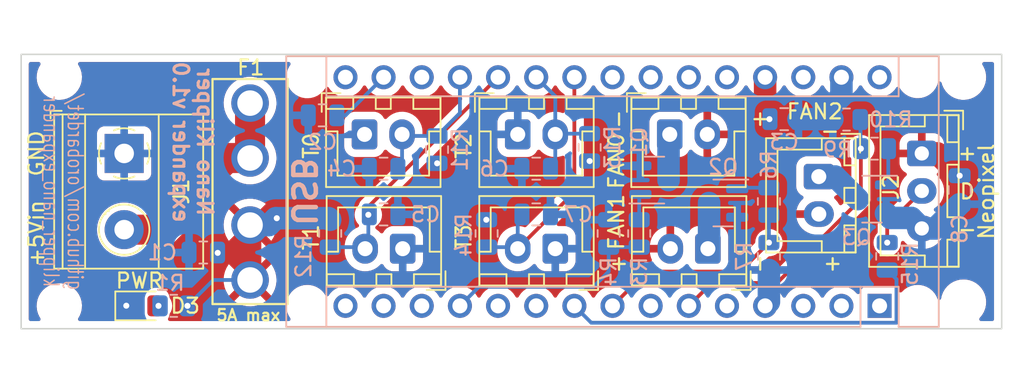
<source format=kicad_pcb>
(kicad_pcb (version 20211014) (generator pcbnew)
  (title_block (title "Klipper Nano Expander") (date "2022-06-19") (rev "1.0") (company "Olivier Robardet") (comment 1 "\"Shield\" for Arduino Nano boards, designed to be used as a Klipper MCU board"))
  (layers (0 "F.Cu" signal) (31 "B.Cu" signal) (34 "B.Paste" user) (35 "F.Paste" user) (36 "B.SilkS" user "B.Silkscreen") (37 "F.SilkS" user "F.Silkscreen") (38 "B.Mask" user) (39 "F.Mask" user) (44 "Edge.Cuts" user))
  (net 0 "")
  (net 4 "GND")
  (net 6 "PWM0")
  (net 8 "PWM1")
  (net 9 "NEOPIXEL")
  (net 12 "PWM2")
  (net 13 "CS")
  (net 14 "MOSI")
  (net 15 "MISO")
  (net 16 "SCK")
  (net 17 "+3V3")
  (net 19 "TH0")
  (net 20 "TH1")
  (net 21 "TH2")
  (net 22 "TH3")
  (net 23 "SDA")
  (net 24 "SCL")
  (net 27 "+5V")
  (net 30 "Net-(D3-Pad2)")
  (net 31 "Net-(F1-Pad2)")
  (net 32 "Net-(J2-Pad2)")
  (net 33 "Net-(Q1-Pad1)")
  (net 34 "Net-(Q2-Pad1)")
  (net 35 "Net-(Q3-Pad1)")
  (net 36 "Net-(FAN0-Pad1)")
  (net 37 "Net-(FAN1-Pad1)")
  (net 38 "Net-(FAN2-Pad1)")
  (footprint "Connector_JST:JST_XH_B2B-XH-A_1x02_P2.50mm_Vertical" (layer "F.Cu") (at 140.716 88.646)
    (fp_text reference "T0" (at -3.556 0.762 90) (layer "F.SilkS"))
    (fp_text value "Conn_01x02")
    (pad "1" thru_hole roundrect (at 0 0) (size 1.7 2) (drill 1) (layers *.Cu *.Mask) (roundrect_rratio 0.1470588235) (net 4 "GND"))
    (pad "2" thru_hole oval (at 2.5 0) (size 1.7 2) (drill 1) (layers *.Cu *.Mask) (net 19 "TH0"))
  )
  (footprint "Connector_JST:JST_XH_B2B-XH-A_1x02_P2.50mm_Vertical" (layer "F.Cu") (at 150.916 88.646)
    (fp_text reference "T2" (at -3.596 0.762 90) (layer "F.SilkS"))
    (fp_text value "Conn_01x02")
    (pad "1" thru_hole roundrect (at 0 0) (size 1.7 2) (drill 1) (layers *.Cu *.Mask) (roundrect_rratio 0.1470588235) (net 4 "GND"))
    (pad "2" thru_hole oval (at 2.5 0) (size 1.7 2) (drill 1) (layers *.Cu *.Mask) (net 21 "TH2"))
  )
  (footprint "Connector_JST:JST_XH_B3B-XH-A_1x03_P2.50mm_Vertical" (layer "F.Cu") (at 177.817 89.916 -90)
    (fp_text reference "J2" (at 2.246 2.049 90) (layer "F.SilkS"))
    (fp_text value "Conn_01x03")
    (pad "1" thru_hole roundrect (at 0 0 270) (size 1.7 1.95) (drill 0.95) (layers *.Cu *.Mask) (roundrect_rratio 0.1470588235) (net 27 "+5V"))
    (pad "2" thru_hole oval (at 2.5 0 270) (size 1.7 1.95) (drill 0.95) (layers *.Cu *.Mask) (net 32 "Net-(J2-Pad2)"))
    (pad "3" thru_hole oval (at 5 0 270) (size 1.7 1.95) (drill 0.95) (layers *.Cu *.Mask) (net 4 "GND"))
  )
  (footprint "MountingHole:MountingHole_2mm" (layer "F.Cu") (at 120.396 100.076 -90)
    (fp_text reference "H2")
    (fp_text value "MountingHole")
    (pad "" np_thru_hole circle (at 0 0 270) (size 2 2) (drill 2) (layers *.Cu *.Mask))
  )
  (footprint "MountingHole:MountingHole_2mm" (layer "F.Cu") (at 120.396 84.836 -90)
    (fp_text reference "H1")
    (fp_text value "MountingHole")
    (pad "" np_thru_hole circle (at 0 0 270) (size 2 2) (drill 2) (layers *.Cu *.Mask))
  )
  (footprint "local:3544-2_FuseHolder" (layer "F.Cu") (at 133.096 92.456 90)
    (fp_text reference "F1" (at 8.264151 0.046862 180) (layer "F.SilkS"))
    (fp_text value "Fuse")
    (pad "1" thru_hole circle (at -5.895 0 90) (size 2.5 2.5) (drill 1.7) (layers *.Cu *.Mask) (net 27 "+5V"))
    (pad "1" thru_hole circle (at -2.235 0 90) (size 2.5 2.5) (drill 1.7) (layers *.Cu *.Mask) (net 27 "+5V"))
    (pad "2" thru_hole circle (at 2.235 0 90) (size 2.5 2.5) (drill 1.7) (layers *.Cu *.Mask) (net 31 "Net-(F1-Pad2)"))
    (pad "2" thru_hole circle (at 5.895 0 90) (size 2.5 2.5) (drill 1.7) (layers *.Cu *.Mask) (net 31 "Net-(F1-Pad2)"))
  )
  (footprint "Connector_JST:JST_XH_B2B-XH-A_1x02_P2.50mm_Vertical" (layer "F.Cu") (at 161.036 88.646)
    (fp_text reference "FAN0" (at -3.556 1.778 90) (layer "F.SilkS"))
    (fp_text value "Conn_01x02")
    (pad "1" thru_hole roundrect (at 0 0) (size 1.7 2) (drill 1) (layers *.Cu *.Mask) (roundrect_rratio 0.1470588235) (net 36 "Net-(FAN0-Pad1)"))
    (pad "2" thru_hole oval (at 2.5 0) (size 1.7 2) (drill 1) (layers *.Cu *.Mask) (net 27 "+5V"))
  )
  (footprint "Connector_JST:JST_XH_B2B-XH-A_1x02_P2.50mm_Vertical" (layer "F.Cu") (at 163.576 96.266 180)
    (fp_text reference "FAN1" (at 6.096 1.778 90) (layer "F.SilkS"))
    (fp_text value "Conn_01x02")
    (pad "1" thru_hole roundrect (at 0 0 180) (size 1.7 2) (drill 1) (layers *.Cu *.Mask) (roundrect_rratio 0.1470588235) (net 37 "Net-(FAN1-Pad1)"))
    (pad "2" thru_hole oval (at 2.5 0 180) (size 1.7 2) (drill 1) (layers *.Cu *.Mask) (net 27 "+5V"))
  )
  (footprint "LED_SMD:LED_0805_2012Metric" (layer "F.Cu") (at 125.8085 100.076)
    (fp_text reference "D3" (at 2.9695 0) (layer "F.SilkS"))
    (fp_text value "LED")
    (pad "1" smd roundrect (at -0.9375 0) (size 0.975 1.4) (layers "F.Cu" "F.Paste" "F.Mask") (net 4 "GND"))
    (pad "2" smd roundrect (at 0.9375 0) (size 0.975 1.4) (layers "F.Cu" "F.Paste" "F.Mask") (net 30 "Net-(D3-Pad2)"))
  )
  (footprint "TerminalBlock_Phoenix:TerminalBlock_Phoenix_MKDS-1,5-2-5.08_1x02_P5.08mm_Horizontal" (layer "F.Cu") (at 124.714 89.916 -90)
    (fp_text reference "J1" (at 2.54 -3.81 90) (layer "F.SilkS"))
    (fp_text value "+5Vin" hide)
    (pad "1" thru_hole rect (at 0 0 270) (size 2.6 2.6) (drill 1.3) (layers *.Cu *.Mask) (net 4 "GND"))
    (pad "2" thru_hole circle (at 5.08 0 270) (size 2.6 2.6) (drill 1.3) (layers *.Cu *.Mask) (net 31 "Net-(F1-Pad2)"))
  )
  (footprint "MountingHole:MountingHole_2mm" (layer "F.Cu") (at 180.594 99.822 -90)
    (fp_text reference "H4")
    (fp_text value "MountingHole")
    (pad "" np_thru_hole circle (at 0 0 270) (size 2 2) (drill 2) (layers *.Cu *.Mask))
  )
  (footprint "Connector_JST:JST_XH_B2B-XH-A_1x02_P2.50mm_Vertical" (layer "F.Cu") (at 153.416 96.266 180)
    (fp_text reference "T3" (at 6.096 0.762 90) (layer "F.SilkS"))
    (fp_text value "Conn_01x02")
    (pad "1" thru_hole roundrect (at 0 0 180) (size 1.7 2) (drill 1) (layers *.Cu *.Mask) (roundrect_rratio 0.1470588235) (net 4 "GND"))
    (pad "2" thru_hole oval (at 2.5 0 180) (size 1.7 2) (drill 1) (layers *.Cu *.Mask) (net 22 "TH3"))
  )
  (footprint "Connector_JST:JST_XH_B2B-XH-A_1x02_P2.50mm_Vertical" (layer "F.Cu") (at 170.959 91.46 -90)
    (fp_text reference "FAN2" (at -4.338 0.271) (layer "F.SilkS"))
    (fp_text value "Conn_01x02")
    (pad "1" thru_hole roundrect (at 0 0 270) (size 1.7 2) (drill 1) (layers *.Cu *.Mask) (roundrect_rratio 0.1470588235) (net 38 "Net-(FAN2-Pad1)"))
    (pad "2" thru_hole oval (at 2.5 0 270) (size 1.7 2) (drill 1) (layers *.Cu *.Mask) (net 27 "+5V"))
  )
  (footprint "Connector_JST:JST_XH_B2B-XH-A_1x02_P2.50mm_Vertical" (layer "F.Cu") (at 143.256 96.266 180)
    (fp_text reference "T1" (at 6.096 0.762 90) (layer "F.SilkS"))
    (fp_text value "Conn_01x02")
    (pad "1" thru_hole roundrect (at 0 0 180) (size 1.7 2) (drill 1) (layers *.Cu *.Mask) (roundrect_rratio 0.1470588235) (net 4 "GND"))
    (pad "2" thru_hole oval (at 2.5 0 180) (size 1.7 2) (drill 1) (layers *.Cu *.Mask) (net 20 "TH1"))
  )
  (footprint "MountingHole:MountingHole_2mm" (layer "F.Cu") (at 180.594 84.836 -90)
    (fp_text reference "H3")
    (fp_text value "MountingHole")
    (pad "" np_thru_hole circle (at 0 0 270) (size 2 2) (drill 2) (layers *.Cu *.Mask))
  )
  (footprint "Resistor_SMD:R_0805_2012Metric" (layer "B.Cu") (at 156.972 95.25 90)
    (fp_text reference "R4" (at -2.54 0 90) (layer "B.SilkS") (effects (justify mirror)))
    (fp_text value "10K")
    (pad "1" smd roundrect (at -0.9125 0 90) (size 1.025 1.4) (layers "B.Cu" "B.Paste" "B.Mask") (roundrect_rratio 0.243902439) (net 6 "PWM0"))
    (pad "2" smd roundrect (at 0.9125 0 90) (size 1.025 1.4) (layers "B.Cu" "B.Paste" "B.Mask") (roundrect_rratio 0.243902439) (net 4 "GND"))
  )
  (footprint "Capacitor_SMD:C_0805_2012Metric" (layer "B.Cu") (at 141.986 93.98 180)
    (fp_text reference "C5" (at -2.794 0) (layer "B.SilkS") (effects (justify mirror)))
    (fp_text value "4.7uF")
    (pad "1" smd roundrect (at -0.95 0 180) (size 1 1.45) (layers "B.Cu" "B.Paste" "B.Mask") (net 4 "GND"))
    (pad "2" smd roundrect (at 0.95 0 180) (size 1 1.45) (layers "B.Cu" "B.Paste" "B.Mask") (net 20 "TH1"))
  )
  (footprint "Capacitor_SMD:C_0805_2012Metric" (layer "B.Cu") (at 152.146 90.932)
    (fp_text reference "C6" (at -2.794 0) (layer "B.SilkS") (effects (justify mirror)))
    (fp_text value "4.7uF")
    (pad "1" smd roundrect (at -0.95 0) (size 1 1.45) (layers "B.Cu" "B.Paste" "B.Mask") (net 4 "GND"))
    (pad "2" smd roundrect (at 0.95 0) (size 1 1.45) (layers "B.Cu" "B.Paste" "B.Mask") (net 21 "TH2"))
  )
  (footprint "Package_TO_SOT_SMD:SOT-23" (layer "B.Cu") (at 164.592 93.218 180)
    (fp_text reference "Q2" (at 0 2.4) (layer "B.SilkS") (effects (justify mirror)))
    (fp_text value "IRLML6344TRPBF")
    (pad "1" smd roundrect (at -0.9375 0.95 180) (size 1.475 0.6) (layers "B.Cu" "B.Paste" "B.Mask") (net 34 "Net-(Q2-Pad1)"))
    (pad "2" smd roundrect (at -0.9375 -0.95 180) (size 1.475 0.6) (layers "B.Cu" "B.Paste" "B.Mask") (net 4 "GND"))
    (pad "3" smd roundrect (at 0.9375 0 180) (size 1.475 0.6) (layers "B.Cu" "B.Paste" "B.Mask") (net 37 "Net-(FAN1-Pad1)"))
  )
  (footprint "Resistor_SMD:R_0805_2012Metric" (layer "B.Cu") (at 175.514 96.774 -90)
    (fp_text reference "R15" (at 0.508 -1.524 90) (layer "B.SilkS") (effects (justify mirror)))
    (fp_text value "100")
    (pad "1" smd roundrect (at -0.9125 0 270) (size 1.025 1.4) (layers "B.Cu" "B.Paste" "B.Mask") (roundrect_rratio 0.243902439) (net 32 "Net-(J2-Pad2)"))
    (pad "2" smd roundrect (at 0.9125 0 270) (size 1.025 1.4) (layers "B.Cu" "B.Paste" "B.Mask") (roundrect_rratio 0.243902439) (net 9 "NEOPIXEL"))
  )
  (footprint "Resistor_SMD:R_0805_2012Metric" (layer "B.Cu") (at 148.844 95.25 90)
    (fp_text reference "R14" (at -0.1035 -1.524 90) (layer "B.SilkS") (effects (justify mirror)))
    (fp_text value "4.7K")
    (pad "1" smd roundrect (at -0.9125 0 90) (size 1.025 1.4) (layers "B.Cu" "B.Paste" "B.Mask") (roundrect_rratio 0.243902439) (net 22 "TH3"))
    (pad "2" smd roundrect (at 0.9125 0 90) (size 1.025 1.4) (layers "B.Cu" "B.Paste" "B.Mask") (roundrect_rratio 0.243902439) (net 27 "+5V"))
  )
  (footprint "Resistor_SMD:R_0805_2012Metric" (layer "B.Cu") (at 172.805622 87.657721 180)
    (fp_text reference "R10" (at -2.9445 0) (layer "B.SilkS") (effects (justify mirror)))
    (fp_text value "10K")
    (pad "1" smd roundrect (at -0.9125 0 180) (size 1.025 1.4) (layers "B.Cu" "B.Paste" "B.Mask") (roundrect_rratio 0.243902439) (net 12 "PWM2"))
    (pad "2" smd roundrect (at 0.9125 0 180) (size 1.025 1.4) (layers "B.Cu" "B.Paste" "B.Mask") (roundrect_rratio 0.243902439) (net 4 "GND"))
  )
  (footprint "Resistor_SMD:R_0805_2012Metric" (layer "B.Cu") (at 167.64 93.1145 90)
    (fp_text reference "R6" (at 2.4365 0 90) (layer "B.SilkS") (effects (justify mirror)))
    (fp_text value "100")
    (pad "1" smd roundrect (at -0.9125 0 90) (size 1.025 1.4) (layers "B.Cu" "B.Paste" "B.Mask") (roundrect_rratio 0.243902439) (net 8 "PWM1"))
    (pad "2" smd roundrect (at 0.9125 0 90) (size 1.025 1.4) (layers "B.Cu" "B.Paste" "B.Mask") (roundrect_rratio 0.243902439) (net 34 "Net-(Q2-Pad1)"))
  )
  (footprint "Capacitor_SMD:C_0805_2012Metric" (layer "B.Cu") (at 168.656 87.63 180)
    (fp_text reference "C3" (at 0 -1.524) (layer "B.SilkS") (effects (justify mirror)))
    (fp_text value "0.1uF")
    (pad "1" smd roundrect (at -0.95 0 180) (size 1 1.45) (layers "B.Cu" "B.Paste" "B.Mask") (net 4 "GND"))
    (pad "2" smd roundrect (at 0.95 0 180) (size 1 1.45) (layers "B.Cu" "B.Paste" "B.Mask") (net 27 "+5V"))
  )
  (footprint "Resistor_SMD:R_0805_2012Metric" (layer "B.Cu") (at 174.6735 89.596)
    (fp_text reference "R9" (at -2.4615 0.066) (layer "B.SilkS") (effects (justify mirror)))
    (fp_text value "100")
    (pad "1" smd roundrect (at -0.9125 0) (size 1.025 1.4) (layers "B.Cu" "B.Paste" "B.Mask") (roundrect_rratio 0.243902439) (net 12 "PWM2"))
    (pad "2" smd roundrect (at 0.9125 0) (size 1.025 1.4) (layers "B.Cu" "B.Paste" "B.Mask") (roundrect_rratio 0.243902439) (net 35 "Net-(Q3-Pad1)"))
  )
  (footprint "Capacitor_SMD:C_0805_2012Metric" (layer "B.Cu") (at 137.922 87.376)
    (fp_text reference "C2" (at 0 1.778) (layer "B.SilkS") (effects (justify mirror)))
    (fp_text value "0.1uF")
    (pad "1" smd roundrect (at -0.95 0) (size 1 1.45) (layers "B.Cu" "B.Paste" "B.Mask") (net 4 "GND"))
    (pad "2" smd roundrect (at 0.95 0) (size 1 1.45) (layers "B.Cu" "B.Paste" "B.Mask") (net 17 "+3V3"))
  )
  (footprint "Resistor_SMD:R_0805_2012Metric" (layer "B.Cu") (at 159.004 95.25 90)
    (fp_text reference "R3" (at -2.54 0 90) (layer "B.SilkS") (effects (justify mirror)))
    (fp_text value "100")
    (pad "1" smd roundrect (at -0.9125 0 90) (size 1.025 1.4) (layers "B.Cu" "B.Paste" "B.Mask") (roundrect_rratio 0.243902439) (net 6 "PWM0"))
    (pad "2" smd roundrect (at 0.9125 0 90) (size 1.025 1.4) (layers "B.Cu" "B.Paste" "B.Mask") (roundrect_rratio 0.243902439) (net 33 "Net-(Q1-Pad1)"))
  )
  (footprint "Resistor_SMD:R_0805_2012Metric" (layer "B.Cu") (at 138.43 95.25 90)
    (fp_text reference "R12" (at -1.524 -1.778 90) (layer "B.SilkS") (effects (justify mirror)))
    (fp_text value "4.7K")
    (pad "1" smd roundrect (at -0.9125 0 90) (size 1.025 1.4) (layers "B.Cu" "B.Paste" "B.Mask") (roundrect_rratio 0.243902439) (net 20 "TH1"))
    (pad "2" smd roundrect (at 0.9125 0 90) (size 1.025 1.4) (layers "B.Cu" "B.Paste" "B.Mask") (roundrect_rratio 0.243902439) (net 27 "+5V"))
  )
  (footprint "Module:Arduino_Nano_WithMountingHoles" (layer "B.Cu") (at 175.006 100.076 90)
    (fp_text reference "A1")
    (fp_text value "Arduino_Nano_v3.x")
    (pad "" np_thru_hole circle (at 15.24 -38.1 90) (size 1.78 1.78) (drill 1.78) (layers *.Cu *.Mask))
    (pad "" np_thru_hole circle (at 15.24 2.54 90) (size 1.78 1.78) (drill 1.78) (layers *.Cu *.Mask))
    (pad "" np_thru_hole circle (at 0 2.54 90) (size 1.78 1.78) (drill 1.78) (layers *.Cu *.Mask))
    (pad "" np_thru_hole circle (at 0 -38.1 90) (size 1.78 1.78) (drill 1.78) (layers *.Cu *.Mask))
    (pad "1" thru_hole rect (at 0 0 90) (size 1.6 1.6) (drill 1) (layers *.Cu *.Mask))
    (pad "2" thru_hole oval (at 0 -2.54 90) (size 1.6 1.6) (drill 1) (layers *.Cu *.Mask))
    (pad "3" thru_hole oval (at 0 -5.08 90) (size 1.6 1.6) (drill 1) (layers *.Cu *.Mask))
    (pad "4" thru_hole oval (at 0 -7.62 90) (size 1.6 1.6) (drill 1) (layers *.Cu *.Mask) (net 4 "GND"))
    (pad "5" thru_hole oval (at 0 -10.16 90) (size 1.6 1.6) (drill 1) (layers *.Cu *.Mask))
    (pad "6" thru_hole oval (at 0 -12.7 90) (size 1.6 1.6) (drill 1) (layers *.Cu *.Mask) (net 12 "PWM2"))
    (pad "7" thru_hole oval (at 0 -15.24 90) (size 1.6 1.6) (drill 1) (layers *.Cu *.Mask))
    (pad "8" thru_hole oval (at 0 -17.78 90) (size 1.6 1.6) (drill 1) (layers *.Cu *.Mask) (net 8 "PWM1"))
    (pad "9" thru_hole oval (at 0 -20.32 90) (size 1.6 1.6) (drill 1) (layers *.Cu *.Mask) (net 9 "NEOPIXEL"))
    (pad "10" thru_hole oval (at 0 -22.86 90) (size 1.6 1.6) (drill 1) (layers *.Cu *.Mask))
    (pad "11" thru_hole oval (at 0 -25.4 90) (size 1.6 1.6) (drill 1) (layers *.Cu *.Mask))
    (pad "12" thru_hole oval (at 0 -27.94 90) (size 1.6 1.6) (drill 1) (layers *.Cu *.Mask) (net 6 "PWM0"))
    (pad "13" thru_hole oval (at 0 -30.48 90) (size 1.6 1.6) (drill 1) (layers *.Cu *.Mask) (net 13 "CS"))
    (pad "14" thru_hole oval (at 0 -33.02 90) (size 1.6 1.6) (drill 1) (layers *.Cu *.Mask) (net 14 "MOSI"))
    (pad "15" thru_hole oval (at 0 -35.56 90) (size 1.6 1.6) (drill 1) (layers *.Cu *.Mask) (net 15 "MISO"))
    (pad "16" thru_hole oval (at 15.24 -35.56 90) (size 1.6 1.6) (drill 1) (layers *.Cu *.Mask) (net 16 "SCK"))
    (pad "17" thru_hole oval (at 15.24 -33.02 90) (size 1.6 1.6) (drill 1) (layers *.Cu *.Mask) (net 17 "+3V3"))
    (pad "18" thru_hole oval (at 15.24 -30.48 90) (size 1.6 1.6) (drill 1) (layers *.Cu *.Mask))
    (pad "19" thru_hole oval (at 15.24 -27.94 90) (size 1.6 1.6) (drill 1) (layers *.Cu *.Mask) (net 19 "TH0"))
    (pad "20" thru_hole oval (at 15.24 -25.4 90) (size 1.6 1.6) (drill 1) (layers *.Cu *.Mask) (net 20 "TH1"))
    (pad "21" thru_hole oval (at 15.24 -22.86 90) (size 1.6 1.6) (drill 1) (layers *.Cu *.Mask) (net 21 "TH2"))
    (pad "22" thru_hole oval (at 15.24 -20.32 90) (size 1.6 1.6) (drill 1) (layers *.Cu *.Mask) (net 22 "TH3"))
    (pad "23" thru_hole oval (at 15.24 -17.78 90) (size 1.6 1.6) (drill 1) (layers *.Cu *.Mask) (net 23 "SDA"))
    (pad "24" thru_hole oval (at 15.24 -15.24 90) (size 1.6 1.6) (drill 1) (layers *.Cu *.Mask) (net 24 "SCL"))
    (pad "25" thru_hole oval (at 15.24 -12.7 90) (size 1.6 1.6) (drill 1) (layers *.Cu *.Mask))
    (pad "26" thru_hole oval (at 15.24 -10.16 90) (size 1.6 1.6) (drill 1) (layers *.Cu *.Mask))
    (pad "27" thru_hole oval (at 15.24 -7.62 90) (size 1.6 1.6) (drill 1) (layers *.Cu *.Mask) (net 27 "+5V"))
    (pad "28" thru_hole oval (at 15.24 -5.08 90) (size 1.6 1.6) (drill 1) (layers *.Cu *.Mask))
    (pad "29" thru_hole oval (at 15.24 -2.54 90) (size 1.6 1.6) (drill 1) (layers *.Cu *.Mask) (net 4 "GND"))
    (pad "30" thru_hole oval (at 15.24 0 90) (size 1.6 1.6) (drill 1) (layers *.Cu *.Mask))
  )
  (footprint "Capacitor_SMD:C_0805_2012Metric" (layer "B.Cu") (at 180.34 92.35 90)
    (fp_text reference "C8" (at -2.606 0 90) (layer "B.SilkS") (effects (justify mirror)))
    (fp_text value "10uF")
    (pad "1" smd roundrect (at -0.95 0 90) (size 1 1.45) (layers "B.Cu" "B.Paste" "B.Mask") (net 4 "GND"))
    (pad "2" smd roundrect (at 0.95 0 90) (size 1 1.45) (layers "B.Cu" "B.Paste" "B.Mask") (net 27 "+5V"))
  )
  (footprint "Package_TO_SOT_SMD:SOT-23" (layer "B.Cu") (at 174.498 92.964 180)
    (fp_text reference "Q3" (at 1.016 -2.54) (layer "B.SilkS") (effects (justify mirror)))
    (fp_text value "IRLML6344TRPBF")
    (pad "1" smd roundrect (at -0.9375 0.95 180) (size 1.475 0.6) (layers "B.Cu" "B.Paste" "B.Mask") (net 35 "Net-(Q3-Pad1)"))
    (pad "2" smd roundrect (at -0.9375 -0.95 180) (size 1.475 0.6) (layers "B.Cu" "B.Paste" "B.Mask") (net 4 "GND"))
    (pad "3" smd roundrect (at 0.9375 0 180) (size 1.475 0.6) (layers "B.Cu" "B.Paste" "B.Mask") (net 38 "Net-(FAN2-Pad1)"))
  )
  (footprint "Resistor_SMD:R_0805_2012Metric" (layer "B.Cu") (at 145.542 89.662 -90)
    (fp_text reference "R11" (at 0 -1.524 90) (layer "B.SilkS") (effects (justify mirror)))
    (fp_text value "4.7K")
    (pad "1" smd roundrect (at -0.9125 0 270) (size 1.025 1.4) (layers "B.Cu" "B.Paste" "B.Mask") (roundrect_rratio 0.243902439) (net 19 "TH0"))
    (pad "2" smd roundrect (at 0.9125 0 270) (size 1.025 1.4) (layers "B.Cu" "B.Paste" "B.Mask") (roundrect_rratio 0.243902439) (net 27 "+5V"))
  )
  (footprint "Resistor_SMD:R_0805_2012Metric" (layer "B.Cu") (at 128.016 100.076)
    (fp_text reference "R1" (at -0.254 -1.524) (layer "B.SilkS") (effects (justify mirror)))
    (fp_text value "1K")
    (pad "1" smd roundrect (at -0.9125 0) (size 1.025 1.4) (layers "B.Cu" "B.Paste" "B.Mask") (roundrect_rratio 0.243902439) (net 30 "Net-(D3-Pad2)"))
    (pad "2" smd roundrect (at 0.9125 0) (size 1.025 1.4) (layers "B.Cu" "B.Paste" "B.Mask") (roundrect_rratio 0.243902439) (net 27 "+5V"))
  )
  (footprint "Package_TO_SOT_SMD:SOT-23" (layer "B.Cu") (at 160.02 91.694)
    (fp_text reference "Q1" (at -1.016 -2.54 90) (layer "B.SilkS") (effects (justify mirror)))
    (fp_text value "IRLML6344TRPBF")
    (pad "1" smd roundrect (at -0.9375 0.95) (size 1.475 0.6) (layers "B.Cu" "B.Paste" "B.Mask") (net 33 "Net-(Q1-Pad1)"))
    (pad "2" smd roundrect (at -0.9375 -0.95) (size 1.475 0.6) (layers "B.Cu" "B.Paste" "B.Mask") (net 4 "GND"))
    (pad "3" smd roundrect (at 0.9375 0) (size 1.475 0.6) (layers "B.Cu" "B.Paste" "B.Mask") (net 36 "Net-(FAN0-Pad1)"))
  )
  (footprint "Capacitor_SMD:C_0805_2012Metric" (layer "B.Cu") (at 129.982 96.52)
    (fp_text reference "C1" (at -2.728 0) (layer "B.SilkS") (effects (justify mirror)))
    (fp_text value "10uF")
    (pad "1" smd roundrect (at -0.95 0) (size 1 1.45) (layers "B.Cu" "B.Paste" "B.Mask") (net 4 "GND"))
    (pad "2" smd roundrect (at 0.95 0) (size 1 1.45) (layers "B.Cu" "B.Paste" "B.Mask") (net 27 "+5V"))
  )
  (footprint "Resistor_SMD:R_0805_2012Metric" (layer "B.Cu") (at 155.702 89.5115 -90)
    (fp_text reference "R13" (at 0 -1.524 90) (layer "B.SilkS") (effects (justify mirror)))
    (fp_text value "4.7K")
    (pad "1" smd roundrect (at -0.9125 0 270) (size 1.025 1.4) (layers "B.Cu" "B.Paste" "B.Mask") (roundrect_rratio 0.243902439) (net 21 "TH2"))
    (pad "2" smd roundrect (at 0.9125 0 270) (size 1.025 1.4) (layers "B.Cu" "B.Paste" "B.Mask") (roundrect_rratio 0.243902439) (net 27 "+5V"))
  )
  (footprint "Capacitor_SMD:C_0805_2012Metric" (layer "B.Cu") (at 141.986 90.932)
    (fp_text reference "C4" (at -2.794 0) (layer "B.SilkS") (effects (justify mirror)))
    (fp_text value "4.7uF")
    (pad "1" smd roundrect (at -0.95 0) (size 1 1.45) (layers "B.Cu" "B.Paste" "B.Mask") (net 4 "GND"))
    (pad "2" smd roundrect (at 0.95 0) (size 1 1.45) (layers "B.Cu" "B.Paste" "B.Mask") (net 19 "TH0"))
  )
  (footprint "Capacitor_SMD:C_0805_2012Metric" (layer "B.Cu") (at 152.146 93.98 180)
    (fp_text reference "C7" (at -2.794 0) (layer "B.SilkS") (effects (justify mirror)))
    (fp_text value "4.7uF")
    (pad "1" smd roundrect (at -0.95 0 180) (size 1 1.45) (layers "B.Cu" "B.Paste" "B.Mask") (net 4 "GND"))
    (pad "2" smd roundrect (at 0.95 0 180) (size 1 1.45) (layers "B.Cu" "B.Paste" "B.Mask") (net 22 "TH3"))
  )
  (footprint "Resistor_SMD:R_0805_2012Metric" (layer "B.Cu") (at 167.64 96.774 -90)
    (fp_text reference "R7" (at 0 1.65 90) (layer "B.SilkS") (effects (justify mirror)))
    (fp_text value "10K")
    (pad "1" smd roundrect (at -0.9125 0 270) (size 1.025 1.4) (layers "B.Cu" "B.Paste" "B.Mask") (roundrect_rratio 0.243902439) (net 8 "PWM1"))
    (pad "2" smd roundrect (at 0.9125 0 270) (size 1.025 1.4) (layers "B.Cu" "B.Paste" "B.Mask") (roundrect_rratio 0.243902439) (net 4 "GND"))
  )
  (gr_rect (start 183.134 83.312) (end 117.856 101.6) (layer "Edge.Cuts") (width 0.1) (fill none))
  (gr_text "github.com/orobardet/\nklipper_nano_expander" (at 120.65 92.456 270) (layer "B.SilkS") (effects (font (size 1 0.75) (thickness 0.1)) (justify mirror)))
  (gr_text "Nano Klipper\nexpander v1.0" (at 129.286 89.154 270) (layer "B.SilkS") (effects (font (size 1 1) (thickness 0.2)) (justify mirror)))
  (gr_text "USB" (at 136.652 92.456 270) (layer "B.SilkS") (effects (font (size 1.5 1.5) (thickness 0.3)) (justify mirror)))
  (gr_text "D" (at 180.848 92.456) (layer "F.SilkS") (effects (font (size 1 1))))
  (gr_text "-" (at 180.848 94.956) (layer "F.SilkS") (effects (font (size 1 1))))
  (gr_text "5A max" (at 132.9812 100.698799) (layer "F.SilkS") (effects (font (size 0.75 0.75))))
  (gr_text "-" (at 157.734 87.63 270) (layer "F.SilkS") (effects (font (size 1 1))))
  (gr_text "GND" (at 118.872 89.916 90) (layer "F.SilkS") (effects (font (size 1 1))))
  (gr_text "PWR" (at 125.73 98.402816) (layer "F.SilkS") (effects (font (size 1 1))))
  (gr_text "+" (at 171.958 97.282 270) (layer "F.SilkS") (effects (font (size 1 1))))
  (gr_text "+" (at 157.734 97.282 270) (layer "F.SilkS") (effects (font (size 1 1))))
  (gr_text "-" (at 171.704 88.392) (layer "F.SilkS") (effects (font (size 1 1))))
  (gr_text "+" (at 167.132 87.63 270) (layer "F.SilkS") (effects (font (size 1 1))))
  (gr_text "+5Vin" (at 118.872 95.25 90) (layer "F.SilkS") (effects (font (size 1 1))))
  (gr_text "-" (at 167.132 97.282 270) (layer "F.SilkS") (effects (font (size 1 1))))
  (gr_text "Neopixel" (at 182.118 92.456 90) (layer "F.SilkS") (effects (font (size 1 1))))
  (gr_text "+" (at 180.848 89.876) (layer "F.SilkS") (effects (font (size 1 1))))
  (segment (start 124.871 100.076) (end 124.714 100.076) (width 0.25) (layer "F.Cu") (net 4))
  (via (at 124.855221 100.066519) (size 0.8) (drill 0.4) (layers "F.Cu" "B.Cu") (net 4))
  (segment (start 175.4355 93.914) (end 175.73702 94.21552) (width 1.5) (layer "B.Cu") (net 4))
  (segment (start 175.73702 94.21552) (end 177.11652 94.21552) (width 1.5) (layer "B.Cu") (net 4))
  (segment (start 172.466 84.836) (end 172.466 86.106) (width 1.5) (layer "B.Cu") (net 4))
  (segment (start 167.64 99.822) (end 167.386 100.076) (width 1) (layer "B.Cu") (net 4))
  (segment (start 177.11652 94.21552) (end 177.817 94.916) (width 1.5) (layer "B.Cu") (net 4))
  (segment (start 178.724 94.916) (end 180.34 93.3) (width 1.5) (layer "B.Cu") (net 4))
  (segment (start 170.942 87.63) (end 169.606 87.63) (width 1.5) (layer "B.Cu") (net 4))
  (segment (start 171.893122 87.657721) (end 171.865401 87.63) (width 1) (layer "B.Cu") (net 4))
  (segment (start 171.865401 87.63) (end 170.942 87.63) (width 1.5) (layer "B.Cu") (net 4))
  (segment (start 167.64 97.6865) (end 167.64 99.822) (width 1.5) (layer "B.Cu") (net 4))
  (segment (start 172.466 86.106) (end 170.942 87.63) (width 1.5) (layer "B.Cu") (net 4))
  (segment (start 177.817 94.916) (end 178.724 94.916) (width 1.5) (layer "B.Cu") (net 4))
  (segment (start 156.972 96.1625) (end 159.004 96.1625) (width 0.25) (layer "B.Cu") (net 6))
  (segment (start 156.972 97.79) (end 155.956 98.806) (width 0.25) (layer "B.Cu") (net 6))
  (segment (start 156.972 96.1625) (end 156.972 97.79) (width 0.25) (layer "B.Cu") (net 6))
  (segment (start 148.336 98.806) (end 147.066 100.076) (width 0.25) (layer "B.Cu") (net 6))
  (segment (start 155.956 98.806) (end 148.336 98.806) (width 0.25) (layer "B.Cu") (net 6))
  (segment (start 167.64 95.8615) (end 165.7115 97.79) (width 0.25) (layer "F.Cu") (net 8))
  (segment (start 159.512 97.79) (end 157.226 100.076) (width 0.25) (layer "F.Cu") (net 8))
  (segment (start 165.7115 97.79) (end 159.512 97.79) (width 0.25) (layer "F.Cu") (net 8))
  (via (at 167.64 95.8615) (size 0.8) (drill 0.4) (layers "F.Cu" "B.Cu") (net 8))
  (segment (start 167.64 95.8615) (end 167.64 94.027) (width 0.25) (layer "B.Cu") (net 8))
  (segment (start 154.686 100.076) (end 155.810511 101.200511) (width 0.25) (layer "B.Cu") (net 9))
  (segment (start 176.130511 98.303011) (end 175.514 97.6865) (width 0.25) (layer "B.Cu") (net 9))
  (segment (start 155.810511 101.200511) (end 176.130511 101.200511) (width 0.25) (layer "B.Cu") (net 9))
  (segment (start 176.130511 101.200511) (end 176.130511 98.303011) (width 0.25) (layer "B.Cu") (net 9))
  (segment (start 168.178022 98.552) (end 163.83 98.552) (width 0.25) (layer "F.Cu") (net 12))
  (segment (start 173.761 92.969022) (end 168.178022 98.552) (width 0.25) (layer "F.Cu") (net 12))
  (segment (start 163.83 98.552) (end 162.306 100.076) (width 0.25) (layer "F.Cu") (net 12))
  (segment (start 173.761 89.596) (end 173.761 92.969022) (width 0.25) (layer "F.Cu") (net 12))
  (via (at 173.761 89.596) (size 0.8) (drill 0.4) (layers "F.Cu" "B.Cu") (net 12))
  (segment (start 173.736 87.376) (end 173.736 89.571) (width 0.25) (layer "B.Cu") (net 12))
  (segment (start 173.736 89.571) (end 173.761 89.596) (width 0.25) (layer "B.Cu") (net 12))
  (segment (start 141.986 84.836) (end 139.446 87.376) (width 0.25) (layer "B.Cu") (net 17))
  (segment (start 139.446 87.376) (end 138.872 87.376) (width 0.25) (layer "B.Cu") (net 17))
  (segment (start 147.066 84.836) (end 147.066 87.2255) (width 0.25) (layer "B.Cu") (net 19))
  (segment (start 145.542 88.7495) (end 143.3195 88.7495) (width 0.25) (layer "B.Cu") (net 19))
  (segment (start 142.936 91.186) (end 143.216 90.906) (width 0.25) (layer "B.Cu") (net 19))
  (segment (start 147.066 87.2255) (end 145.542 88.7495) (width 0.25) (layer "B.Cu") (net 19))
  (segment (start 143.216 90.906) (end 143.216 88.646) (width 0.25) (layer "B.Cu") (net 19))
  (segment (start 143.3195 88.7495) (end 143.216 88.646) (width 0.25) (layer "B.Cu") (net 19))
  (segment (start 140.97 93.472) (end 140.97 94.006) (width 0.25) (layer "F.Cu") (net 20))
  (segment (start 149.606 84.836) (end 140.97 93.472) (width 0.25) (layer "F.Cu") (net 20))
  (via (at 140.97 94.006) (size 0.8) (drill 0.4) (layers "F.Cu" "B.Cu") (net 20))
  (segment (start 140.97 94.006) (end 140.756 94.22) (width 0.25) (layer "B.Cu") (net 20))
  (segment (start 141.036 93.726) (end 140.97 93.792) (width 0.25) (layer "B.Cu") (net 20))
  (segment (start 140.6525 96.1625) (end 140.756 96.266) (width 0.25) (layer "B.Cu") (net 20))
  (segment (start 140.97 93.792) (end 140.97 94.006) (width 0.25) (layer "B.Cu") (net 20))
  (segment (start 138.43 96.1625) (end 140.6525 96.1625) (width 0.25) (layer "B.Cu") (net 20))
  (segment (start 140.97 96.052) (end 140.756 96.266) (width 0.25) (layer "B.Cu") (net 20))
  (segment (start 140.97 94.006) (end 140.97 96.052) (width 0.25) (layer "B.Cu") (net 20))
  (segment (start 153.416 90.932) (end 153.416 88.646) (width 0.25) (layer "B.Cu") (net 21))
  (segment (start 153.162 91.186) (end 153.416 90.932) (width 0.25) (layer "B.Cu") (net 21))
  (segment (start 153.096 91.186) (end 153.162 91.186) (width 0.25) (layer "B.Cu") (net 21))
  (segment (start 153.416 88.646) (end 153.416 86.106) (width 0.25) (layer "B.Cu") (net 21))
  (segment (start 153.463 88.599) (end 153.416 88.646) (width 0.25) (layer "B.Cu") (net 21))
  (segment (start 153.416 86.106) (end 152.146 84.836) (width 0.25) (layer "B.Cu") (net 21))
  (segment (start 155.702 88.599) (end 153.463 88.599) (width 0.25) (layer "B.Cu") (net 21))
  (segment (start 154.686 84.836) (end 154.686 92.496) (width 0.25) (layer "F.Cu") (net 22))
  (segment (start 154.686 92.496) (end 150.916 96.266) (width 0.25) (layer "F.Cu") (net 22))
  (segment (start 150.8125 96.1625) (end 150.916 96.266) (width 0.25) (layer "B.Cu") (net 22))
  (segment (start 150.916 94.006) (end 150.916 96.266) (width 0.25) (layer "B.Cu") (net 22))
  (segment (start 151.196 93.726) (end 150.916 94.006) (width 0.25) (layer "B.Cu") (net 22))
  (segment (start 148.844 96.1625) (end 150.8125 96.1625) (width 0.25) (layer "B.Cu") (net 22))
  (segment (start 133.096 94.691) (end 133.096 96.52) (width 1.5) (layer "F.Cu") (net 27))
  (segment (start 133.070904 96.545096) (end 133.096 96.52) (width 1) (layer "F.Cu") (net 27))
  (segment (start 177.817 89.916) (end 178.856 89.916) (width 1.5) (layer "F.Cu") (net 27))
  (segment (start 133.096 96.52) (end 133.096 98.351) (width 1.5) (layer "F.Cu") (net 27))
  (segment (start 130.941142 96.545096) (end 133.070904 96.545096) (width 1.5) (layer "F.Cu") (net 27))
  (segment (start 178.856 89.916) (end 180.34 91.4) (width 1.5) (layer "F.Cu") (net 27))
  (segment (start 167.386 87.343) (end 167.673 87.63) (width 1.5) (layer "F.Cu") (net 27))
  (segment (start 167.386 84.836) (end 167.386 87.343) (width 1.5) (layer "F.Cu") (net 27))
  (via (at 134.874 94.234) (size 0.8) (drill 0.4) (layers "F.Cu" "B.Cu") (net 27))
  (via (at 145.551566 90.574499) (size 0.8) (drill 0.4) (layers "F.Cu" "B.Cu") (net 27))
  (via (at 128.9285 100.076) (size 0.8) (drill 0.4) (layers "F.Cu" "B.Cu") (net 27))
  (via (at 167.673 87.63) (size 0.8) (drill 0.4) (layers "F.Cu" "B.Cu") (net 27))
  (via (at 148.824869 94.3375) (size 0.8) (drill 0.4) (layers "F.Cu" "B.Cu") (net 27))
  (via (at 130.941142 96.545096) (size 0.8) (drill 0.4) (layers "F.Cu" "B.Cu") (net 27))
  (via (at 155.702 90.424) (size 0.8) (drill 0.4) (layers "F.Cu" "B.Cu") (net 27))
  (via (at 180.34 91.4) (size 0.8) (drill 0.4) (layers "F.Cu" "B.Cu") (net 27))
  (segment (start 134.808 94.234) (end 138.3265 94.234) (width 1.5) (layer "B.Cu") (net 27))
  (segment (start 133.096 98.351) (end 130.6535 98.351) (width 0.25) (layer "B.Cu") (net 27))
  (segment (start 138.3265 94.234) (end 138.43 94.3375) (width 1.5) (layer "B.Cu") (net 27))
  (segment (start 167.673 87.63) (end 167.706 87.63) (width 1) (layer "B.Cu") (net 27))
  (segment (start 134.351 94.691) (end 134.808 94.234) (width 1.5) (layer "B.Cu") (net 27))
  (segment (start 130.6535 98.351) (end 128.9285 100.076) (width 0.25) (layer "B.Cu") (net 27))
  (segment (start 133.096 94.691) (end 134.351 94.691) (width 1.5) (layer "B.Cu") (net 27))
  (segment (start 180.34 91.4) (end 180.086 91.4) (width 1) (layer "B.Cu") (net 27))
  (segment (start 126.746 100.076) (end 127 100.076) (width 0.25) (layer "F.Cu") (net 30))
  (via (at 127 100.076) (size 0.8) (drill 0.4) (layers "F.Cu" "B.Cu") (net 30))
  (segment (start 131.521 90.221) (end 133.096 90.221) (width 2) (layer "F.Cu") (net 31))
  (segment (start 124.714 94.996) (end 126.746 94.996) (width 2) (layer "F.Cu") (net 31))
  (segment (start 126.746 94.996) (end 131.521 90.221) (width 2) (layer "F.Cu") (net 31))
  (segment (start 133.096 86.561) (end 133.096 90.221) (width 2) (layer "F.Cu") (net 31))
  (segment (start 177.817 92.733) (end 177.817 92.416) (width 0.25) (layer "F.Cu") (net 32))
  (segment (start 175.514 94.719) (end 177.817 92.416) (width 0.25) (layer "F.Cu") (net 32))
  (segment (start 175.514 95.8615) (end 175.514 94.719) (width 0.25) (layer "F.Cu") (net 32))
  (via (at 175.514 95.8615) (size 0.8) (drill 0.4) (layers "F.Cu" "B.Cu") (net 32))
  (segment (start 177.817 92.733) (end 177.817 92.416) (width 0.25) (layer "B.Cu") (net 32))
  (segment (start 175.514 95.8615) (end 175.514 95.504) (width 0.25) (layer "B.Cu") (net 32))
  (segment (start 159.004 94.3375) (end 159.004 92.7225) (width 0.25) (layer "B.Cu") (net 33))
  (segment (start 159.004 92.7225) (end 159.0825 92.644) (width 0.25) (layer "B.Cu") (net 33))
  (segment (start 165.5955 92.202) (end 165.5295 92.268) (width 0.25) (layer "B.Cu") (net 34))
  (segment (start 167.64 92.202) (end 165.5955 92.202) (width 0.25) (layer "B.Cu") (net 34))
  (segment (start 175.586 89.596) (end 175.586 91.8635) (width 0.25) (layer "B.Cu") (net 35))
  (segment (start 175.586 91.8635) (end 175.4355 92.014) (width 0.25) (layer "B.Cu") (net 35))
  (segment (start 175.58 89.596) (end 175.514 89.662) (width 0.25) (layer "B.Cu") (net 35))
  (segment (start 175.586 89.596) (end 175.58 89.596) (width 0.25) (layer "B.Cu") (net 35))
  (segment (start 160.9575 88.7245) (end 161.036 88.646) (width 1) (layer "B.Cu") (net 36))
  (segment (start 160.9575 91.694) (end 160.9575 88.7245) (width 1.5) (layer "B.Cu") (net 36))
  (segment (start 163.6545 96.1875) (end 163.576 96.266) (width 1) (layer "B.Cu") (net 37))
  (segment (start 163.6545 93.218) (end 163.6545 96.1875) (width 1.5) (layer "B.Cu") (net 37))
  (segment (start 172.0565 91.46) (end 173.5605 92.964) (width 1.5) (layer "B.Cu") (net 38))
  (segment (start 170.959 91.46) (end 172.0565 91.46) (width 1.5) (layer "B.Cu") (net 38))
  (zone (net 27) (net_name "+5V") (layer "F.Cu") (connect_pads (clearance 0.508)) (min_thickness 0.254) (fill yes (thermal_gap 0.508) (thermal_bridge_width 0.508))
    (polygon (pts (xy 117.856 101.6) (xy 117.856 83.312) (xy 183.134 83.312) (xy 183.134 101.6)))
  )
  (zone (net 4) (net_name "GND") (layer "B.Cu") (connect_pads (clearance 0.508)) (min_thickness 0.254) (fill yes (thermal_gap 0.508) (thermal_bridge_width 0.508))
    (polygon (pts (xy 117.856 101.6) (xy 117.856 83.312) (xy 183.134 83.312) (xy 183.134 101.6)))
  )
)
</source>
